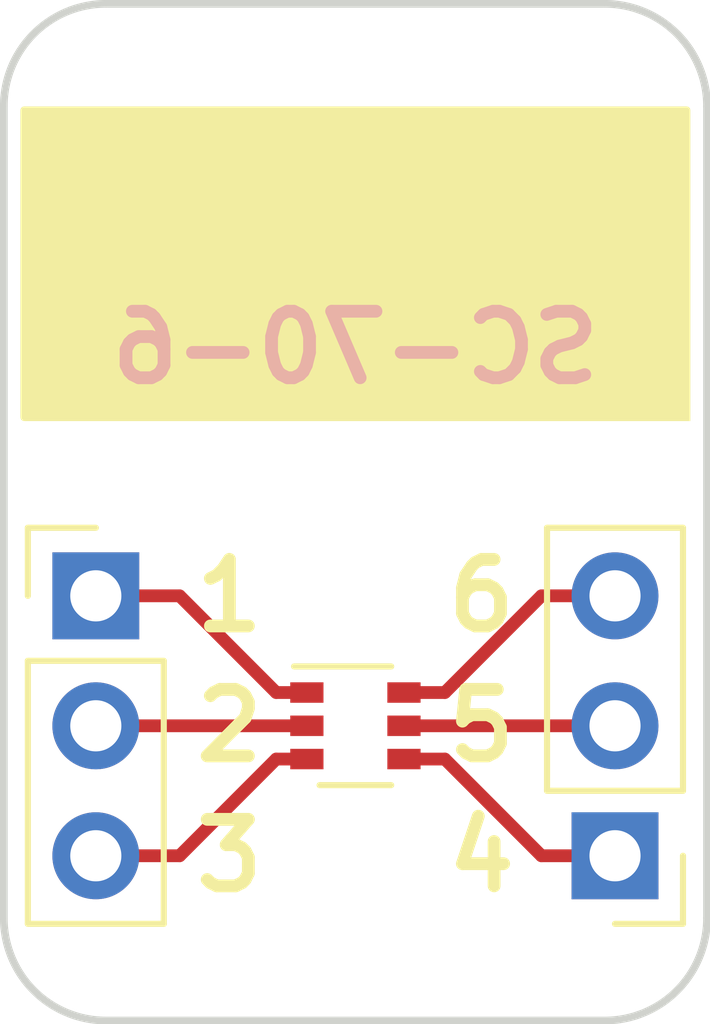
<source format=kicad_pcb>
(kicad_pcb (version 20171130) (host pcbnew 5.1.7-a382d34a8~87~ubuntu20.04.1)

  (general
    (thickness 1)
    (drawings 16)
    (tracks 14)
    (zones 0)
    (modules 3)
    (nets 7)
  )

  (page A4)
  (title_block
    (title BRK-SC-70-6)
    (rev v1.0)
    (company https://gekkio.fi)
  )

  (layers
    (0 F.Cu signal)
    (31 B.Cu signal)
    (32 B.Adhes user)
    (33 F.Adhes user)
    (34 B.Paste user)
    (35 F.Paste user)
    (36 B.SilkS user)
    (37 F.SilkS user)
    (38 B.Mask user)
    (39 F.Mask user)
    (40 Dwgs.User user)
    (41 Cmts.User user)
    (42 Eco1.User user)
    (43 Eco2.User user)
    (44 Edge.Cuts user)
    (45 Margin user)
    (46 B.CrtYd user)
    (47 F.CrtYd user)
    (48 B.Fab user)
    (49 F.Fab user)
  )

  (setup
    (last_trace_width 0.25)
    (trace_clearance 0.2)
    (zone_clearance 0.508)
    (zone_45_only no)
    (trace_min 0.2)
    (via_size 0.8)
    (via_drill 0.4)
    (via_min_size 0.4)
    (via_min_drill 0.3)
    (uvia_size 0.3)
    (uvia_drill 0.1)
    (uvias_allowed no)
    (uvia_min_size 0.2)
    (uvia_min_drill 0.1)
    (edge_width 0.05)
    (segment_width 0.2)
    (pcb_text_width 0.3)
    (pcb_text_size 1.5 1.5)
    (mod_edge_width 0.12)
    (mod_text_size 1 1)
    (mod_text_width 0.15)
    (pad_size 1.524 1.524)
    (pad_drill 0.762)
    (pad_to_mask_clearance 0)
    (aux_axis_origin 0 0)
    (visible_elements FFFFFF7F)
    (pcbplotparams
      (layerselection 0x010fc_ffffffff)
      (usegerberextensions false)
      (usegerberattributes true)
      (usegerberadvancedattributes true)
      (creategerberjobfile true)
      (excludeedgelayer true)
      (linewidth 0.150000)
      (plotframeref false)
      (viasonmask false)
      (mode 1)
      (useauxorigin false)
      (hpglpennumber 1)
      (hpglpenspeed 20)
      (hpglpendiameter 15.000000)
      (psnegative false)
      (psa4output false)
      (plotreference true)
      (plotvalue true)
      (plotinvisibletext false)
      (padsonsilk false)
      (subtractmaskfromsilk false)
      (outputformat 1)
      (mirror false)
      (drillshape 0)
      (scaleselection 1)
      (outputdirectory "gerber/"))
  )

  (net 0 "")
  (net 1 PIN1)
  (net 2 PIN2)
  (net 3 PIN3)
  (net 4 PIN4)
  (net 5 PIN5)
  (net 6 PIN6)

  (net_class Default "This is the default net class."
    (clearance 0.2)
    (trace_width 0.25)
    (via_dia 0.8)
    (via_drill 0.4)
    (uvia_dia 0.3)
    (uvia_drill 0.1)
    (add_net PIN1)
    (add_net PIN2)
    (add_net PIN3)
    (add_net PIN4)
    (add_net PIN5)
    (add_net PIN6)
  )

  (module PinHeader_1x03_P2.54mm_Vertical (layer F.Cu) (tedit 59FED5CC) (tstamp 5F73AADD)
    (at 105.08 102.54 180)
    (descr "Through hole straight pin header, 1x03, 2.54mm pitch, single row")
    (tags "Through hole pin header THT 1x03 2.54mm single row")
    (fp_text reference J2 (at 0 -2.33 180) (layer F.SilkS) hide
      (effects (font (size 1 1) (thickness 0.15)))
    )
    (fp_text value PinHeader_1x03_P2.54mm_Vertical (at 0 7.41 180) (layer F.Fab) hide
      (effects (font (size 1 1) (thickness 0.15)))
    )
    (fp_line (start 1.8 -1.8) (end -1.8 -1.8) (layer F.CrtYd) (width 0.05))
    (fp_line (start 1.8 6.85) (end 1.8 -1.8) (layer F.CrtYd) (width 0.05))
    (fp_line (start -1.8 6.85) (end 1.8 6.85) (layer F.CrtYd) (width 0.05))
    (fp_line (start -1.8 -1.8) (end -1.8 6.85) (layer F.CrtYd) (width 0.05))
    (fp_line (start -1.33 -1.33) (end 0 -1.33) (layer F.SilkS) (width 0.12))
    (fp_line (start -1.33 0) (end -1.33 -1.33) (layer F.SilkS) (width 0.12))
    (fp_line (start -1.33 1.27) (end 1.33 1.27) (layer F.SilkS) (width 0.12))
    (fp_line (start 1.33 1.27) (end 1.33 6.41) (layer F.SilkS) (width 0.12))
    (fp_line (start -1.33 1.27) (end -1.33 6.41) (layer F.SilkS) (width 0.12))
    (fp_line (start -1.33 6.41) (end 1.33 6.41) (layer F.SilkS) (width 0.12))
    (fp_line (start -1.27 -0.635) (end -0.635 -1.27) (layer F.Fab) (width 0.1))
    (fp_line (start -1.27 6.35) (end -1.27 -0.635) (layer F.Fab) (width 0.1))
    (fp_line (start 1.27 6.35) (end -1.27 6.35) (layer F.Fab) (width 0.1))
    (fp_line (start 1.27 -1.27) (end 1.27 6.35) (layer F.Fab) (width 0.1))
    (fp_line (start -0.635 -1.27) (end 1.27 -1.27) (layer F.Fab) (width 0.1))
    (fp_text user %R (at 0 2.54 270) (layer F.Fab)
      (effects (font (size 1 1) (thickness 0.15)))
    )
    (pad 3 thru_hole oval (at 0 5.08 180) (size 1.7 1.7) (drill 1) (layers *.Cu *.Mask)
      (net 6 PIN6))
    (pad 2 thru_hole oval (at 0 2.54 180) (size 1.7 1.7) (drill 1) (layers *.Cu *.Mask)
      (net 5 PIN5))
    (pad 1 thru_hole rect (at 0 0 180) (size 1.7 1.7) (drill 1) (layers *.Cu *.Mask)
      (net 4 PIN4))
    (model ${KISYS3DMOD}/Connector_PinHeader_2.54mm.3dshapes/PinHeader_1x03_P2.54mm_Vertical.wrl
      (at (xyz 0 0 0))
      (scale (xyz 1 1 1))
      (rotate (xyz 0 0 0))
    )
  )

  (module PinHeader_1x03_P2.54mm_Vertical (layer F.Cu) (tedit 59FED5CC) (tstamp 5F73AAC7)
    (at 94.92 97.46)
    (descr "Through hole straight pin header, 1x03, 2.54mm pitch, single row")
    (tags "Through hole pin header THT 1x03 2.54mm single row")
    (fp_text reference J1 (at 0 -2.33) (layer F.SilkS) hide
      (effects (font (size 1 1) (thickness 0.15)))
    )
    (fp_text value PinHeader_1x03_P2.54mm_Vertical (at 0 7.41) (layer F.Fab) hide
      (effects (font (size 1 1) (thickness 0.15)))
    )
    (fp_line (start 1.8 -1.8) (end -1.8 -1.8) (layer F.CrtYd) (width 0.05))
    (fp_line (start 1.8 6.85) (end 1.8 -1.8) (layer F.CrtYd) (width 0.05))
    (fp_line (start -1.8 6.85) (end 1.8 6.85) (layer F.CrtYd) (width 0.05))
    (fp_line (start -1.8 -1.8) (end -1.8 6.85) (layer F.CrtYd) (width 0.05))
    (fp_line (start -1.33 -1.33) (end 0 -1.33) (layer F.SilkS) (width 0.12))
    (fp_line (start -1.33 0) (end -1.33 -1.33) (layer F.SilkS) (width 0.12))
    (fp_line (start -1.33 1.27) (end 1.33 1.27) (layer F.SilkS) (width 0.12))
    (fp_line (start 1.33 1.27) (end 1.33 6.41) (layer F.SilkS) (width 0.12))
    (fp_line (start -1.33 1.27) (end -1.33 6.41) (layer F.SilkS) (width 0.12))
    (fp_line (start -1.33 6.41) (end 1.33 6.41) (layer F.SilkS) (width 0.12))
    (fp_line (start -1.27 -0.635) (end -0.635 -1.27) (layer F.Fab) (width 0.1))
    (fp_line (start -1.27 6.35) (end -1.27 -0.635) (layer F.Fab) (width 0.1))
    (fp_line (start 1.27 6.35) (end -1.27 6.35) (layer F.Fab) (width 0.1))
    (fp_line (start 1.27 -1.27) (end 1.27 6.35) (layer F.Fab) (width 0.1))
    (fp_line (start -0.635 -1.27) (end 1.27 -1.27) (layer F.Fab) (width 0.1))
    (fp_text user %R (at 0 2.54 90) (layer F.Fab)
      (effects (font (size 1 1) (thickness 0.15)))
    )
    (pad 3 thru_hole oval (at 0 5.08) (size 1.7 1.7) (drill 1) (layers *.Cu *.Mask)
      (net 3 PIN3))
    (pad 2 thru_hole oval (at 0 2.54) (size 1.7 1.7) (drill 1) (layers *.Cu *.Mask)
      (net 2 PIN2))
    (pad 1 thru_hole rect (at 0 0) (size 1.7 1.7) (drill 1) (layers *.Cu *.Mask)
      (net 1 PIN1))
    (model ${KISYS3DMOD}/Connector_PinHeader_2.54mm.3dshapes/PinHeader_1x03_P2.54mm_Vertical.wrl
      (at (xyz 0 0 0))
      (scale (xyz 1 1 1))
      (rotate (xyz 0 0 0))
    )
  )

  (module SOT-363_SC-70-6 (layer F.Cu) (tedit 5A02FF57) (tstamp 5F73A886)
    (at 100 100)
    (descr "SOT-363, SC-70-6")
    (tags "SOT-363 SC-70-6")
    (attr smd)
    (fp_text reference U1 (at 0 -2) (layer F.SilkS) hide
      (effects (font (size 1 1) (thickness 0.15)))
    )
    (fp_text value SOT-363_SC-70-6 (at 0 2 180) (layer F.Fab) hide
      (effects (font (size 1 1) (thickness 0.15)))
    )
    (fp_line (start -0.175 -1.1) (end -0.675 -0.6) (layer F.Fab) (width 0.1))
    (fp_line (start 0.675 1.1) (end -0.675 1.1) (layer F.Fab) (width 0.1))
    (fp_line (start 0.675 -1.1) (end 0.675 1.1) (layer F.Fab) (width 0.1))
    (fp_line (start -1.6 1.4) (end 1.6 1.4) (layer F.CrtYd) (width 0.05))
    (fp_line (start -0.675 -0.6) (end -0.675 1.1) (layer F.Fab) (width 0.1))
    (fp_line (start 0.675 -1.1) (end -0.175 -1.1) (layer F.Fab) (width 0.1))
    (fp_line (start -1.6 -1.4) (end 1.6 -1.4) (layer F.CrtYd) (width 0.05))
    (fp_line (start -1.6 -1.4) (end -1.6 1.4) (layer F.CrtYd) (width 0.05))
    (fp_line (start 1.6 1.4) (end 1.6 -1.4) (layer F.CrtYd) (width 0.05))
    (fp_line (start -0.7 1.16) (end 0.7 1.16) (layer F.SilkS) (width 0.12))
    (fp_line (start 0.7 -1.16) (end -1.2 -1.16) (layer F.SilkS) (width 0.12))
    (fp_text user %R (at 0 0 90) (layer F.Fab)
      (effects (font (size 0.5 0.5) (thickness 0.075)))
    )
    (pad 6 smd rect (at 0.95 -0.65) (size 0.65 0.4) (layers F.Cu F.Paste F.Mask)
      (net 6 PIN6))
    (pad 4 smd rect (at 0.95 0.65) (size 0.65 0.4) (layers F.Cu F.Paste F.Mask)
      (net 4 PIN4))
    (pad 2 smd rect (at -0.95 0) (size 0.65 0.4) (layers F.Cu F.Paste F.Mask)
      (net 2 PIN2))
    (pad 5 smd rect (at 0.95 0) (size 0.65 0.4) (layers F.Cu F.Paste F.Mask)
      (net 5 PIN5))
    (pad 3 smd rect (at -0.95 0.65) (size 0.65 0.4) (layers F.Cu F.Paste F.Mask)
      (net 3 PIN3))
    (pad 1 smd rect (at -0.95 -0.65) (size 0.65 0.4) (layers F.Cu F.Paste F.Mask)
      (net 1 PIN1))
    (model ${KISYS3DMOD}/Package_TO_SOT_SMD.3dshapes/SOT-363_SC-70-6.wrl
      (at (xyz 0 0 0))
      (scale (xyz 1 1 1))
      (rotate (xyz 0 0 0))
    )
  )

  (gr_arc (start 104.88 87.89) (end 104.88 85.89) (angle 90) (layer Edge.Cuts) (width 0.15))
  (gr_arc (start 95.12 87.89) (end 93.12 87.89) (angle 90) (layer Edge.Cuts) (width 0.15))
  (gr_arc (start 95.12 103.76) (end 95.12 105.76) (angle 90) (layer Edge.Cuts) (width 0.15))
  (gr_arc (start 104.88 103.76) (end 106.88 103.76) (angle 90) (layer Edge.Cuts) (width 0.15))
  (gr_line (start 95.12 105.76) (end 104.88 105.76) (layer Edge.Cuts) (width 0.15))
  (gr_line (start 95.12 85.89) (end 104.88 85.89) (layer Edge.Cuts) (width 0.15))
  (gr_line (start 106.88 103.76) (end 106.88 87.89) (layer Edge.Cuts) (width 0.15))
  (gr_line (start 93.12 87.89) (end 93.12 103.76) (layer Edge.Cuts) (width 0.15))
  (gr_text 6 (at 103.25 97.46) (layer F.SilkS)
    (effects (font (size 1.3 1.3) (thickness 0.25)) (justify right))
  )
  (gr_text 5 (at 103.25 100) (layer F.SilkS)
    (effects (font (size 1.3 1.3) (thickness 0.25)) (justify right))
  )
  (gr_text 4 (at 103.25 102.54) (layer F.SilkS)
    (effects (font (size 1.3 1.3) (thickness 0.25)) (justify right))
  )
  (gr_text 3 (at 96.75 102.54) (layer F.SilkS)
    (effects (font (size 1.3 1.3) (thickness 0.25)) (justify left))
  )
  (gr_text 2 (at 96.75 100) (layer F.SilkS)
    (effects (font (size 1.3 1.3) (thickness 0.25)) (justify left))
  )
  (gr_text 1 (at 96.75 97.46) (layer F.SilkS)
    (effects (font (size 1.3 1.3) (thickness 0.25)) (justify left))
  )
  (gr_text SC-70-6 (at 100 93.37) (layer B.SilkS)
    (effects (font (size 1.3 1.3) (thickness 0.25)) (justify bottom mirror))
  )
  (gr_poly (pts (xy 93.52 87.97) (xy 93.52 93.97) (xy 106.48 93.97) (xy 106.48 87.97)) (layer F.SilkS) (width 0.15))

  (segment (start 99.05 99.35) (end 98.45 99.35) (width 0.25) (layer F.Cu) (net 1))
  (segment (start 96.56 97.46) (end 94.92 97.46) (width 0.25) (layer F.Cu) (net 1))
  (segment (start 98.45 99.35) (end 96.56 97.46) (width 0.25) (layer F.Cu) (net 1))
  (segment (start 99.05 100) (end 94.92 100) (width 0.25) (layer F.Cu) (net 2))
  (segment (start 96.56 102.54) (end 94.92 102.54) (width 0.25) (layer F.Cu) (net 3))
  (segment (start 98.45 100.65) (end 96.56 102.54) (width 0.25) (layer F.Cu) (net 3))
  (segment (start 99.05 100.65) (end 98.45 100.65) (width 0.25) (layer F.Cu) (net 3))
  (segment (start 101.75 100.65) (end 103.64 102.54) (width 0.25) (layer F.Cu) (net 4))
  (segment (start 103.64 102.54) (end 105.08 102.54) (width 0.25) (layer F.Cu) (net 4))
  (segment (start 100.95 100.65) (end 101.75 100.65) (width 0.25) (layer F.Cu) (net 4))
  (segment (start 100.95 100) (end 105.08 100) (width 0.25) (layer F.Cu) (net 5))
  (segment (start 103.64 97.46) (end 105.08 97.46) (width 0.25) (layer F.Cu) (net 6))
  (segment (start 101.75 99.35) (end 103.64 97.46) (width 0.25) (layer F.Cu) (net 6))
  (segment (start 100.95 99.35) (end 101.75 99.35) (width 0.25) (layer F.Cu) (net 6))

)

</source>
